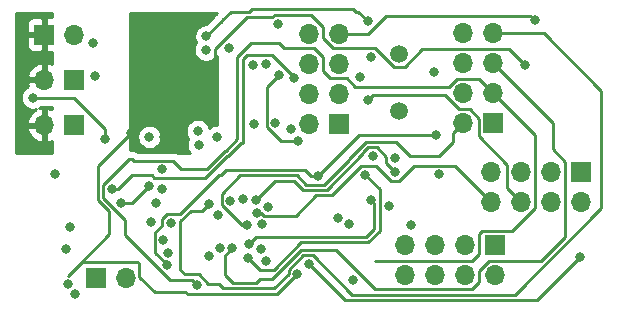
<source format=gbr>
%TF.GenerationSoftware,KiCad,Pcbnew,(5.1.6-0-10_14)*%
%TF.CreationDate,2020-07-31T15:00:41-05:00*%
%TF.ProjectId,final_fingerprint_sensor,66696e61-6c5f-4666-996e-676572707269,rev?*%
%TF.SameCoordinates,Original*%
%TF.FileFunction,Copper,L3,Inr*%
%TF.FilePolarity,Positive*%
%FSLAX46Y46*%
G04 Gerber Fmt 4.6, Leading zero omitted, Abs format (unit mm)*
G04 Created by KiCad (PCBNEW (5.1.6-0-10_14)) date 2020-07-31 15:00:41*
%MOMM*%
%LPD*%
G01*
G04 APERTURE LIST*
%TA.AperFunction,ViaPad*%
%ADD10R,1.700000X1.700000*%
%TD*%
%TA.AperFunction,ViaPad*%
%ADD11O,1.700000X1.700000*%
%TD*%
%TA.AperFunction,ViaPad*%
%ADD12C,1.500000*%
%TD*%
%TA.AperFunction,ViaPad*%
%ADD13C,0.800000*%
%TD*%
%TA.AperFunction,Conductor*%
%ADD14C,0.250000*%
%TD*%
%TA.AperFunction,Conductor*%
%ADD15C,0.254000*%
%TD*%
G04 APERTURE END LIST*
D10*
%TO.N,/FINGER_VCC*%
%TO.C,J1*%
X137248900Y-65991740D03*
D11*
%TO.N,/USART2_RX_FROM_STM*%
X134708900Y-65991740D03*
%TO.N,/USART2_TX_FROM_STM*%
X137248900Y-63451740D03*
%TO.N,GND*%
X134708900Y-63451740D03*
%TO.N,/INT2*%
X137248900Y-60911740D03*
%TO.N,GND*%
X134708900Y-60911740D03*
%TO.N,/INT1*%
X137248900Y-58371740D03*
%TO.N,GND*%
X134708900Y-58371740D03*
%TD*%
%TO.N,+5V*%
%TO.C,J2*%
X112275000Y-62250000D03*
D10*
%TO.N,Net-(J2-Pad1)*%
X114815000Y-62250000D03*
%TD*%
%TO.N,Net-(J3-Pad1)*%
%TO.C,J3*%
X114800000Y-66075000D03*
D11*
%TO.N,+5V*%
X112260000Y-66075000D03*
%TD*%
%TO.N,GND*%
%TO.C,J4*%
X114808000Y-58420000D03*
D10*
%TO.N,+5V*%
X112268000Y-58420000D03*
%TD*%
%TO.N,GND*%
%TO.C,J5*%
X116625000Y-79000000D03*
D11*
%TO.N,/RST*%
X119165000Y-79000000D03*
%TD*%
%TO.N,/DISP_BUSY*%
%TO.C,J6*%
X150135000Y-72565000D03*
%TO.N,/DISP_RESET_N*%
X150135000Y-70025000D03*
%TO.N,/DISP_DATA_CMD_CTRL*%
X152675000Y-72565000D03*
%TO.N,Net-(J6-Pad5)*%
X152675000Y-70025000D03*
%TO.N,Net-(J6-Pad4)*%
X155215000Y-72565000D03*
%TO.N,Net-(J6-Pad3)*%
X155215000Y-70025000D03*
%TO.N,GND*%
X157755000Y-72565000D03*
D10*
%TO.N,/DISP_VCC*%
X157755000Y-70025000D03*
%TD*%
%TO.N,+3V3*%
%TO.C,J7*%
X150290000Y-65930000D03*
D11*
%TO.N,/SWDIO*%
X147750000Y-65930000D03*
%TO.N,/SWCLK*%
X150290000Y-63390000D03*
%TO.N,/SWO*%
X147750000Y-63390000D03*
%TO.N,/NJTRST*%
X150290000Y-60850000D03*
%TO.N,/TDI*%
X147750000Y-60850000D03*
%TO.N,/FINGER_IO*%
X150290000Y-58310000D03*
%TO.N,GND*%
X147750000Y-58310000D03*
%TD*%
%TO.N,/KEYPAD_C4*%
%TO.C,J8*%
X142855000Y-78790000D03*
%TO.N,/KEYPAD_C3*%
X142855000Y-76250000D03*
%TO.N,/KEYPAD_C2*%
X145395000Y-78790000D03*
%TO.N,/KEYPAD_C1*%
X145395000Y-76250000D03*
%TO.N,/KEYPAD_R4*%
X147935000Y-78790000D03*
%TO.N,/KEYPAD_R3*%
X147935000Y-76250000D03*
%TO.N,/KEYPAD_R2*%
X150475000Y-78790000D03*
D10*
%TO.N,/KEYPAD_R1*%
X150475000Y-76250000D03*
%TD*%
D12*
%TO.N,/XTAL1_HI*%
%TO.C,Y2*%
X142325000Y-60050000D03*
%TO.N,/XTAL2_HI*%
X142325000Y-64930000D03*
%TD*%
D13*
%TO.N,/RST*%
X125275000Y-66600000D03*
%TO.N,GND*%
X137125000Y-73925000D03*
%TO.N,/DISP_RESET_N*%
X141975000Y-70050000D03*
%TO.N,+3V3*%
X114275000Y-79525000D03*
%TO.N,/FINGER_VCC*%
X127900000Y-59550000D03*
%TO.N,Net-(J6-Pad3)*%
X133800000Y-67400000D03*
%TO.N,/TDI*%
X126200000Y-77125000D03*
%TO.N,GND*%
X122250000Y-69825000D03*
X131050000Y-77600000D03*
%TO.N,+3V3*%
X125975000Y-57100000D03*
X126175000Y-61700000D03*
%TO.N,GND*%
X131075000Y-60875000D03*
X113150000Y-70225000D03*
X121175000Y-67075000D03*
X116550000Y-61925000D03*
X122725000Y-76875000D03*
X131850000Y-65875000D03*
X145250000Y-61575000D03*
X145725000Y-70250000D03*
X125975000Y-59700000D03*
X114150000Y-76550000D03*
%TO.N,+3V3*%
X122425000Y-67100000D03*
X119600000Y-66750000D03*
X133700000Y-78675000D03*
X130675000Y-74450000D03*
X152950000Y-61025000D03*
%TO.N,Net-(C9-Pad1)*%
X114500000Y-74700000D03*
%TO.N,Net-(C10-Pad1)*%
X111325000Y-63750000D03*
X117400000Y-67225000D03*
%TO.N,/DISP_VCC*%
X139675000Y-57275000D03*
X126012500Y-58562500D03*
%TO.N,/XTAL1*%
X138450000Y-79175000D03*
X143325000Y-74575000D03*
%TO.N,/INT2*%
X131225000Y-73025000D03*
%TO.N,/INT1*%
X134675000Y-77825000D03*
X157675000Y-77225000D03*
X153825000Y-57225000D03*
%TO.N,Net-(J2-Pad1)*%
X121175000Y-71225000D03*
X118800000Y-72675000D03*
%TO.N,Net-(J3-Pad1)*%
X133450000Y-62125000D03*
X118000000Y-71500000D03*
%TO.N,/RST*%
X138100000Y-74425000D03*
%TO.N,/DISP_BUSY*%
X130275000Y-73525000D03*
%TO.N,/DISP_RESET_N*%
X130225000Y-72425000D03*
%TO.N,/DISP_DATA_CMD_CTRL*%
X129100000Y-72325000D03*
X139700000Y-63950000D03*
%TO.N,Net-(J6-Pad5)*%
X122712500Y-77912500D03*
X135425000Y-70400000D03*
X145425000Y-66925000D03*
%TO.N,Net-(J6-Pad4)*%
X141950000Y-68873002D03*
%TO.N,Net-(J6-Pad3)*%
X132175000Y-61825000D03*
X139975000Y-60300000D03*
X139050000Y-61975000D03*
%TO.N,/SWDIO*%
X129450000Y-74575000D03*
%TO.N,/SWCLK*%
X125175000Y-79625000D03*
%TO.N,/SWO*%
X127125000Y-76500000D03*
X140075000Y-68675000D03*
%TO.N,/NJTRST*%
X128200000Y-76525000D03*
%TO.N,/FINGER_IO*%
X126250000Y-72775000D03*
%TO.N,/KEYPAD_C4*%
X141499999Y-72899999D03*
%TO.N,/KEYPAD_C3*%
X126975000Y-73675000D03*
%TO.N,/KEYPAD_C2*%
X123000000Y-74350000D03*
%TO.N,/KEYPAD_C1*%
X121750000Y-72675000D03*
%TO.N,/KEYPAD_R4*%
X122250000Y-71525000D03*
%TO.N,/KEYPAD_R1*%
X129575000Y-76175000D03*
X139950000Y-72450000D03*
%TO.N,Net-(Q1-Pad3)*%
X126925000Y-67100000D03*
%TO.N,/RED_LED*%
X130025000Y-66025000D03*
%TO.N,Net-(Q2-Pad3)*%
X133175000Y-66425000D03*
%TO.N,/I2C1_SCL*%
X129550000Y-77300000D03*
%TO.N,/I2C1_SDA*%
X130650000Y-76575000D03*
%TO.N,/DISP_PWR_ON*%
X122375000Y-75850000D03*
%TO.N,/I2C1_SDA*%
X132100000Y-57500000D03*
%TO.N,/I2C1_SCL*%
X129975000Y-60975000D03*
X139475000Y-70275000D03*
%TO.N,/DISP_PWR_ON*%
X121300000Y-74275000D03*
%TO.N,/FINGER_PWR_ON*%
X128025000Y-72475000D03*
X125400000Y-67775000D03*
X116400000Y-59125000D03*
%TO.N,Net-(R20-Pad1)*%
X114900000Y-80425000D03*
%TD*%
D14*
%TO.N,+3V3*%
X124400001Y-80350001D02*
X124300000Y-80250000D01*
X132024999Y-80350001D02*
X124400001Y-80350001D01*
X133700000Y-78675000D02*
X132024999Y-80350001D01*
X126737501Y-59639497D02*
X129426998Y-56950000D01*
X126737501Y-61137499D02*
X126737501Y-59639497D01*
X126175000Y-61700000D02*
X126737501Y-61137499D01*
X129426998Y-56950000D02*
X131250000Y-56950000D01*
X131576998Y-56950000D02*
X131780269Y-56746729D01*
X131250000Y-56950000D02*
X131576998Y-56950000D01*
X149915997Y-59674999D02*
X151324999Y-59674999D01*
X151324999Y-59674999D02*
X151599999Y-59674999D01*
X151599999Y-59674999D02*
X152950000Y-61025000D01*
X152950000Y-61025000D02*
X152950000Y-61025000D01*
X134822891Y-56746729D02*
X133528271Y-56746729D01*
X135883901Y-57807739D02*
X134822891Y-56746729D01*
X136746741Y-59546741D02*
X135883901Y-58683901D01*
X140294743Y-59546741D02*
X136746741Y-59546741D01*
X135883901Y-58683901D02*
X135883901Y-57807739D01*
X141873003Y-61125001D02*
X140294743Y-59546741D01*
X142841001Y-61125001D02*
X141873003Y-61125001D01*
X144291003Y-59674999D02*
X142841001Y-61125001D01*
X133528271Y-56746729D02*
X134828271Y-56746729D01*
X149915997Y-59674999D02*
X144291003Y-59674999D01*
X131780269Y-56746729D02*
X133528271Y-56746729D01*
X116824989Y-72409401D02*
X116824989Y-69525011D01*
X117800001Y-73384413D02*
X116824989Y-72409401D01*
X117800001Y-75275001D02*
X117800001Y-73384413D01*
X120340001Y-78965001D02*
X120340001Y-77815001D01*
X116824989Y-69525011D02*
X119600000Y-66750000D01*
X121625000Y-80250000D02*
X120340001Y-78965001D01*
X124300000Y-80250000D02*
X121625000Y-80250000D01*
X115375002Y-77700000D02*
X115350001Y-77725001D01*
X120225000Y-77700000D02*
X115375002Y-77700000D01*
X115350001Y-77725001D02*
X114250000Y-78825002D01*
X117800001Y-75275001D02*
X115350001Y-77725001D01*
X120340001Y-77815001D02*
X120225000Y-77700000D01*
%TO.N,Net-(C10-Pad1)*%
X114760002Y-63750000D02*
X111325000Y-63750000D01*
X117400000Y-66389998D02*
X114760002Y-63750000D01*
X117400000Y-67225000D02*
X117400000Y-66389998D01*
%TO.N,/DISP_VCC*%
X138875000Y-56475000D02*
X139675000Y-57275000D01*
X126012500Y-58562500D02*
X127325000Y-57250000D01*
X127325000Y-57250000D02*
X127325000Y-57200000D01*
X127325000Y-57200000D02*
X128050000Y-56475000D01*
X138650000Y-56475000D02*
X138430010Y-56255010D01*
X138875000Y-56475000D02*
X138650000Y-56475000D01*
X129869990Y-56255010D02*
X129650000Y-56475000D01*
X138430010Y-56255010D02*
X129869990Y-56255010D01*
X129650000Y-56475000D02*
X129700000Y-56475000D01*
X128050000Y-56475000D02*
X129650000Y-56475000D01*
%TO.N,/INT1*%
X134675000Y-77825000D02*
X137754990Y-80904990D01*
X137754990Y-80904990D02*
X152945010Y-80904990D01*
X152945010Y-80904990D02*
X153995010Y-80904990D01*
X152945010Y-80904990D02*
X153220010Y-80904990D01*
X153995010Y-80904990D02*
X157675000Y-77225000D01*
X157675000Y-77225000D02*
X157725000Y-77175000D01*
X139651262Y-58371740D02*
X137248900Y-58371740D01*
X141198001Y-56825001D02*
X139651262Y-58371740D01*
X153425001Y-56825001D02*
X141198001Y-56825001D01*
X153825000Y-57225000D02*
X153425001Y-56825001D01*
%TO.N,Net-(J2-Pad1)*%
X120675000Y-71725000D02*
X121175000Y-71225000D01*
X119725000Y-72675000D02*
X120675000Y-71725000D01*
X118800000Y-72675000D02*
X119725000Y-72675000D01*
%TO.N,Net-(J3-Pad1)*%
X118000000Y-71500000D02*
X118000000Y-71500000D01*
X131573001Y-60149999D02*
X129451999Y-60149999D01*
X133450000Y-62026998D02*
X131573001Y-60149999D01*
X127861401Y-68700009D02*
X128936409Y-67625001D01*
X128936409Y-67625001D02*
X129074999Y-67625001D01*
X129074999Y-60526999D02*
X129074999Y-67625001D01*
X118550000Y-71500000D02*
X118000000Y-71500000D01*
X129451999Y-60149999D02*
X129074999Y-60526999D01*
X133450000Y-62125000D02*
X133450000Y-62026998D01*
X127861401Y-68700009D02*
X127774991Y-68700009D01*
X121360502Y-70337500D02*
X119712500Y-70337500D01*
X121573003Y-70550001D02*
X121360502Y-70337500D01*
X125924999Y-70550001D02*
X121573003Y-70550001D01*
X127774991Y-68700009D02*
X125924999Y-70550001D01*
X119712500Y-70337500D02*
X118550000Y-71500000D01*
%TO.N,/DISP_BUSY*%
X147095000Y-69525000D02*
X150135000Y-72565000D01*
X143573002Y-69525000D02*
X147095000Y-69525000D01*
X141626999Y-70775001D02*
X142323001Y-70775001D01*
X136651977Y-72025021D02*
X139126999Y-69549999D01*
X135326977Y-72025021D02*
X136651977Y-72025021D01*
X133601997Y-73750001D02*
X135326977Y-72025021D01*
X140401997Y-69549999D02*
X141626999Y-70775001D01*
X130876999Y-73750001D02*
X133601997Y-73750001D01*
X142323001Y-70775001D02*
X143573002Y-69525000D01*
X130651998Y-73525000D02*
X130876999Y-73750001D01*
X139126999Y-69549999D02*
X140401997Y-69549999D01*
X130275000Y-73525000D02*
X130651998Y-73525000D01*
%TO.N,/DISP_RESET_N*%
X136186399Y-71575011D02*
X134225011Y-71575011D01*
X139286411Y-68474999D02*
X136186399Y-71575011D01*
X134225011Y-71575011D02*
X133450000Y-70800000D01*
X131850000Y-70800000D02*
X130225000Y-72425000D01*
X133450000Y-70800000D02*
X131850000Y-70800000D01*
X139726999Y-67949999D02*
X140424999Y-67949999D01*
X139286411Y-68390587D02*
X139726999Y-67949999D01*
X139286411Y-68474999D02*
X139286411Y-68390587D01*
X141224999Y-68749999D02*
X140424999Y-67949999D01*
X141224999Y-69299999D02*
X141224999Y-68749999D01*
X141975000Y-70050000D02*
X141224999Y-69299999D01*
%TO.N,/DISP_DATA_CMD_CTRL*%
X151499999Y-69425001D02*
X151499999Y-71389999D01*
X149114999Y-67040001D02*
X151499999Y-69425001D01*
X149114999Y-65555997D02*
X149114999Y-67040001D01*
X148314001Y-64754999D02*
X149114999Y-65555997D01*
X151499999Y-71389999D02*
X152675000Y-72565000D01*
X146170999Y-63550001D02*
X147375997Y-64754999D01*
X147375997Y-64754999D02*
X148314001Y-64754999D01*
X140099999Y-63550001D02*
X146170999Y-63550001D01*
X139700000Y-63950000D02*
X140099999Y-63550001D01*
%TO.N,Net-(J6-Pad5)*%
X135425000Y-70400000D02*
X135425000Y-70400000D01*
X138900000Y-66925000D02*
X135425000Y-70400000D01*
X145425000Y-66925000D02*
X138900000Y-66925000D01*
X134899980Y-70400000D02*
X135425000Y-70400000D01*
X134374990Y-69875010D02*
X134899980Y-70400000D01*
X122712500Y-77762500D02*
X122550001Y-77600001D01*
X121649999Y-75200001D02*
X122274999Y-74575001D01*
X122701998Y-73575000D02*
X123813590Y-73575000D01*
X122274999Y-74001999D02*
X122701998Y-73575000D01*
X121649999Y-76873001D02*
X121649999Y-75200001D01*
X122712500Y-77912500D02*
X122712500Y-77762500D01*
X122376999Y-77600001D02*
X121649999Y-76873001D01*
X123813590Y-73575000D02*
X127100010Y-70288580D01*
X122274999Y-74575001D02*
X122274999Y-74001999D01*
X122550001Y-77600001D02*
X122376999Y-77600001D01*
X127261420Y-70288580D02*
X127674990Y-69875010D01*
X127100010Y-70288580D02*
X127261420Y-70288580D01*
X127674990Y-69875010D02*
X134374990Y-69875010D01*
%TO.N,Net-(J6-Pad3)*%
X131174999Y-62825001D02*
X132175000Y-61825000D01*
X132175000Y-61825000D02*
X132175000Y-61825000D01*
X132301998Y-67400000D02*
X133800000Y-67400000D01*
X131124999Y-64875001D02*
X131124999Y-66223001D01*
X131124999Y-66223001D02*
X132301998Y-67400000D01*
X131174999Y-64825001D02*
X131124999Y-64875001D01*
X131174999Y-64825001D02*
X131174999Y-62825001D01*
%TO.N,/SWDIO*%
X146900001Y-66779999D02*
X147750000Y-65930000D01*
X135999999Y-71125001D02*
X138050000Y-69075000D01*
X133650000Y-70350000D02*
X134425001Y-71125001D01*
X134425001Y-71125001D02*
X135999999Y-71125001D01*
X127299999Y-72823001D02*
X127299999Y-71925001D01*
X129051998Y-74575000D02*
X127299999Y-72823001D01*
X128875000Y-70350000D02*
X133650000Y-70350000D01*
X127299999Y-71925001D02*
X128875000Y-70350000D01*
X129450000Y-74575000D02*
X129051998Y-74575000D01*
X146900001Y-66779999D02*
X146900001Y-67474999D01*
X146900001Y-67474999D02*
X145700000Y-68675000D01*
X145700000Y-68675000D02*
X143250000Y-68675000D01*
X139540598Y-67499990D02*
X138050000Y-68990588D01*
X142074989Y-67499989D02*
X139540598Y-67499990D01*
X138050000Y-68990588D02*
X138050000Y-69075000D01*
X143250000Y-68675000D02*
X142074989Y-67499989D01*
%TO.N,/SWCLK*%
X148485001Y-77614999D02*
X140260001Y-77614999D01*
X149110001Y-75329997D02*
X149110001Y-76989999D01*
X149110001Y-76989999D02*
X148485001Y-77614999D01*
X149364999Y-75074999D02*
X149110001Y-75329997D01*
X151499999Y-75074999D02*
X151904003Y-75074999D01*
X153850001Y-73129001D02*
X153850001Y-66950001D01*
X151904003Y-75074999D02*
X153850001Y-73129001D01*
X150290000Y-63390000D02*
X153637500Y-66737500D01*
X153850001Y-66950001D02*
X153637500Y-66737500D01*
X151499999Y-75074999D02*
X149364999Y-75074999D01*
X119150000Y-74098002D02*
X117274999Y-72223001D01*
X149114999Y-62214999D02*
X147185999Y-62214999D01*
X128624990Y-60340598D02*
X129815588Y-59150000D01*
X119452008Y-68974990D02*
X119750010Y-68974990D01*
X147185999Y-62214999D02*
X146574999Y-62825999D01*
X132546741Y-59546741D02*
X132150000Y-59150000D01*
X128624989Y-67300011D02*
X128624990Y-60340598D01*
X146574999Y-62825999D02*
X138622997Y-62825999D01*
X150290000Y-63390000D02*
X149114999Y-62214999D01*
X138622997Y-62825999D02*
X137883739Y-62086741D01*
X135082903Y-59546741D02*
X132546741Y-59546741D01*
X136494901Y-62086741D02*
X135883901Y-61475741D01*
X135883901Y-61475741D02*
X135883901Y-60347739D01*
X129815588Y-59150000D02*
X132150000Y-59150000D01*
X137883739Y-62086741D02*
X136494901Y-62086741D01*
X119150000Y-75423002D02*
X119150000Y-74098002D01*
X135883901Y-60347739D02*
X135082903Y-59546741D01*
X127675000Y-68250000D02*
X128624989Y-67300011D01*
X117274999Y-71151999D02*
X119452008Y-68974990D01*
X117274999Y-72223001D02*
X117274999Y-71151999D01*
X122951999Y-79225001D02*
X119150000Y-75423002D01*
X124775001Y-79225001D02*
X122951999Y-79225001D01*
X125175000Y-79625000D02*
X124775001Y-79225001D01*
X127675000Y-68250000D02*
X127588590Y-68250000D01*
X127588590Y-68250000D02*
X126063590Y-69775000D01*
X126063590Y-69775000D02*
X123850000Y-69775000D01*
X119875019Y-69099999D02*
X119750010Y-68974990D01*
X123174999Y-69099999D02*
X119875019Y-69099999D01*
X123850000Y-69775000D02*
X123174999Y-69099999D01*
%TO.N,/NJTRST*%
X134015598Y-76649990D02*
X131550000Y-79115588D01*
X136997992Y-76649990D02*
X134015598Y-76649990D01*
X148499001Y-79965001D02*
X140313003Y-79965001D01*
X149110001Y-78415997D02*
X149110001Y-79354001D01*
X149110001Y-79354001D02*
X148499001Y-79965001D01*
X149910999Y-77614999D02*
X149110001Y-78415997D01*
X140313003Y-79965001D02*
X136997992Y-76649990D01*
X130534412Y-79115588D02*
X130225010Y-79424990D01*
X131550000Y-79115588D02*
X130534412Y-79115588D01*
X130225010Y-79424990D02*
X128249990Y-79424990D01*
X128249990Y-79424990D02*
X127600000Y-78775000D01*
X127600000Y-77125000D02*
X128200000Y-76525000D01*
X127600000Y-78775000D02*
X127600000Y-77125000D01*
X156390001Y-75534999D02*
X154310001Y-77614999D01*
X156390001Y-69165001D02*
X156390001Y-75534999D01*
X155357500Y-65917500D02*
X155357500Y-68132500D01*
X154310001Y-77614999D02*
X149910999Y-77614999D01*
X150290000Y-60850000D02*
X155357500Y-65917500D01*
X155357500Y-68132500D02*
X156390001Y-69165001D01*
%TO.N,/FINGER_IO*%
X159450001Y-73111409D02*
X159450001Y-63175001D01*
X154585000Y-58310000D02*
X150290000Y-58310000D01*
X152111410Y-80450000D02*
X159450001Y-73111409D01*
X138373002Y-80450000D02*
X152111410Y-80450000D01*
X132974999Y-78326999D02*
X134201999Y-77099999D01*
X131750000Y-79875000D02*
X132974999Y-78650001D01*
X127375000Y-79875000D02*
X131750000Y-79875000D01*
X123800000Y-78325000D02*
X124200000Y-78725000D01*
X125675000Y-73350000D02*
X124675000Y-73350000D01*
X123800000Y-74225000D02*
X123800000Y-78325000D01*
X132974999Y-78650001D02*
X132974999Y-78326999D01*
X127051998Y-79551998D02*
X127375000Y-79875000D01*
X124675000Y-73350000D02*
X123800000Y-74225000D01*
X159450001Y-63175001D02*
X154585000Y-58310000D01*
X126175000Y-79551998D02*
X127051998Y-79551998D01*
X134201999Y-77099999D02*
X135023001Y-77099999D01*
X125348002Y-78725000D02*
X126175000Y-79551998D01*
X124200000Y-78725000D02*
X125348002Y-78725000D01*
X135023001Y-77099999D02*
X138373002Y-80450000D01*
X126250000Y-72775000D02*
X125675000Y-73350000D01*
%TO.N,/KEYPAD_R1*%
X139538590Y-75550000D02*
X130200000Y-75550000D01*
X140224991Y-74863599D02*
X139538590Y-75550000D01*
X140224991Y-72724991D02*
X140224991Y-74863599D01*
X130200000Y-75550000D02*
X129575000Y-76175000D01*
X139950000Y-72450000D02*
X140224991Y-72724991D01*
%TO.N,/I2C1_SCL*%
X131704177Y-78325001D02*
X134029168Y-76000010D01*
X130575001Y-78325001D02*
X131704177Y-78325001D01*
X129550000Y-77300000D02*
X130575001Y-78325001D01*
X140675001Y-71475001D02*
X139475000Y-70275000D01*
X140675001Y-73148003D02*
X140675001Y-71475001D01*
X134029168Y-76000010D02*
X137974990Y-76000010D01*
X137974990Y-76000010D02*
X139724990Y-76000010D01*
X140675001Y-75049999D02*
X140675001Y-73148003D01*
X139724990Y-76000010D02*
X140675001Y-75049999D01*
%TD*%
D15*
%TO.N,+5V*%
G36*
X112903000Y-56933099D02*
G01*
X112553750Y-56935000D01*
X112395000Y-57093750D01*
X112395000Y-58293000D01*
X112415000Y-58293000D01*
X112415000Y-58547000D01*
X112395000Y-58547000D01*
X112395000Y-59746250D01*
X112553750Y-59905000D01*
X112903000Y-59906901D01*
X112903000Y-60912190D01*
X112779099Y-60853175D01*
X112631890Y-60808524D01*
X112402000Y-60929845D01*
X112402000Y-62123000D01*
X112422000Y-62123000D01*
X112422000Y-62377000D01*
X112402000Y-62377000D01*
X112402000Y-62397000D01*
X112148000Y-62397000D01*
X112148000Y-62377000D01*
X110954186Y-62377000D01*
X110833519Y-62606891D01*
X110903545Y-62804297D01*
X110834744Y-62832795D01*
X110665226Y-62946063D01*
X110521063Y-63090226D01*
X110407795Y-63259744D01*
X110329774Y-63448102D01*
X110290000Y-63648061D01*
X110290000Y-63851939D01*
X110329774Y-64051898D01*
X110407795Y-64240256D01*
X110521063Y-64409774D01*
X110665226Y-64553937D01*
X110834744Y-64667205D01*
X111023102Y-64745226D01*
X111223061Y-64785000D01*
X111426939Y-64785000D01*
X111606690Y-64749246D01*
X111493080Y-64803359D01*
X111259731Y-64977412D01*
X111064822Y-65193645D01*
X110915843Y-65443748D01*
X110818519Y-65718109D01*
X110939186Y-65948000D01*
X112133000Y-65948000D01*
X112133000Y-64754845D01*
X111903110Y-64633524D01*
X111834533Y-64654325D01*
X111984774Y-64553937D01*
X112028711Y-64510000D01*
X112903000Y-64510000D01*
X112903000Y-64744335D01*
X112764099Y-64678175D01*
X112616890Y-64633524D01*
X112387000Y-64754845D01*
X112387000Y-65948000D01*
X112407000Y-65948000D01*
X112407000Y-66202000D01*
X112387000Y-66202000D01*
X112387000Y-67395155D01*
X112616890Y-67516476D01*
X112764099Y-67471825D01*
X112903000Y-67405665D01*
X112903000Y-68453000D01*
X109905000Y-68453000D01*
X109905000Y-66431891D01*
X110818519Y-66431891D01*
X110915843Y-66706252D01*
X111064822Y-66956355D01*
X111259731Y-67172588D01*
X111493080Y-67346641D01*
X111755901Y-67471825D01*
X111903110Y-67516476D01*
X112133000Y-67395155D01*
X112133000Y-66202000D01*
X110939186Y-66202000D01*
X110818519Y-66431891D01*
X109905000Y-66431891D01*
X109905000Y-61893109D01*
X110833519Y-61893109D01*
X110954186Y-62123000D01*
X112148000Y-62123000D01*
X112148000Y-60929845D01*
X111918110Y-60808524D01*
X111770901Y-60853175D01*
X111508080Y-60978359D01*
X111274731Y-61152412D01*
X111079822Y-61368645D01*
X110930843Y-61618748D01*
X110833519Y-61893109D01*
X109905000Y-61893109D01*
X109905000Y-59270000D01*
X110779928Y-59270000D01*
X110792188Y-59394482D01*
X110828498Y-59514180D01*
X110887463Y-59624494D01*
X110966815Y-59721185D01*
X111063506Y-59800537D01*
X111173820Y-59859502D01*
X111293518Y-59895812D01*
X111418000Y-59908072D01*
X111982250Y-59905000D01*
X112141000Y-59746250D01*
X112141000Y-58547000D01*
X110941750Y-58547000D01*
X110783000Y-58705750D01*
X110779928Y-59270000D01*
X109905000Y-59270000D01*
X109905000Y-57570000D01*
X110779928Y-57570000D01*
X110783000Y-58134250D01*
X110941750Y-58293000D01*
X112141000Y-58293000D01*
X112141000Y-57093750D01*
X111982250Y-56935000D01*
X111418000Y-56931928D01*
X111293518Y-56944188D01*
X111173820Y-56980498D01*
X111063506Y-57039463D01*
X110966815Y-57118815D01*
X110887463Y-57215506D01*
X110828498Y-57325820D01*
X110792188Y-57445518D01*
X110779928Y-57570000D01*
X109905000Y-57570000D01*
X109905000Y-56565000D01*
X112903000Y-56565000D01*
X112903000Y-56933099D01*
G37*
X112903000Y-56933099D02*
X112553750Y-56935000D01*
X112395000Y-57093750D01*
X112395000Y-58293000D01*
X112415000Y-58293000D01*
X112415000Y-58547000D01*
X112395000Y-58547000D01*
X112395000Y-59746250D01*
X112553750Y-59905000D01*
X112903000Y-59906901D01*
X112903000Y-60912190D01*
X112779099Y-60853175D01*
X112631890Y-60808524D01*
X112402000Y-60929845D01*
X112402000Y-62123000D01*
X112422000Y-62123000D01*
X112422000Y-62377000D01*
X112402000Y-62377000D01*
X112402000Y-62397000D01*
X112148000Y-62397000D01*
X112148000Y-62377000D01*
X110954186Y-62377000D01*
X110833519Y-62606891D01*
X110903545Y-62804297D01*
X110834744Y-62832795D01*
X110665226Y-62946063D01*
X110521063Y-63090226D01*
X110407795Y-63259744D01*
X110329774Y-63448102D01*
X110290000Y-63648061D01*
X110290000Y-63851939D01*
X110329774Y-64051898D01*
X110407795Y-64240256D01*
X110521063Y-64409774D01*
X110665226Y-64553937D01*
X110834744Y-64667205D01*
X111023102Y-64745226D01*
X111223061Y-64785000D01*
X111426939Y-64785000D01*
X111606690Y-64749246D01*
X111493080Y-64803359D01*
X111259731Y-64977412D01*
X111064822Y-65193645D01*
X110915843Y-65443748D01*
X110818519Y-65718109D01*
X110939186Y-65948000D01*
X112133000Y-65948000D01*
X112133000Y-64754845D01*
X111903110Y-64633524D01*
X111834533Y-64654325D01*
X111984774Y-64553937D01*
X112028711Y-64510000D01*
X112903000Y-64510000D01*
X112903000Y-64744335D01*
X112764099Y-64678175D01*
X112616890Y-64633524D01*
X112387000Y-64754845D01*
X112387000Y-65948000D01*
X112407000Y-65948000D01*
X112407000Y-66202000D01*
X112387000Y-66202000D01*
X112387000Y-67395155D01*
X112616890Y-67516476D01*
X112764099Y-67471825D01*
X112903000Y-67405665D01*
X112903000Y-68453000D01*
X109905000Y-68453000D01*
X109905000Y-66431891D01*
X110818519Y-66431891D01*
X110915843Y-66706252D01*
X111064822Y-66956355D01*
X111259731Y-67172588D01*
X111493080Y-67346641D01*
X111755901Y-67471825D01*
X111903110Y-67516476D01*
X112133000Y-67395155D01*
X112133000Y-66202000D01*
X110939186Y-66202000D01*
X110818519Y-66431891D01*
X109905000Y-66431891D01*
X109905000Y-61893109D01*
X110833519Y-61893109D01*
X110954186Y-62123000D01*
X112148000Y-62123000D01*
X112148000Y-60929845D01*
X111918110Y-60808524D01*
X111770901Y-60853175D01*
X111508080Y-60978359D01*
X111274731Y-61152412D01*
X111079822Y-61368645D01*
X110930843Y-61618748D01*
X110833519Y-61893109D01*
X109905000Y-61893109D01*
X109905000Y-59270000D01*
X110779928Y-59270000D01*
X110792188Y-59394482D01*
X110828498Y-59514180D01*
X110887463Y-59624494D01*
X110966815Y-59721185D01*
X111063506Y-59800537D01*
X111173820Y-59859502D01*
X111293518Y-59895812D01*
X111418000Y-59908072D01*
X111982250Y-59905000D01*
X112141000Y-59746250D01*
X112141000Y-58547000D01*
X110941750Y-58547000D01*
X110783000Y-58705750D01*
X110779928Y-59270000D01*
X109905000Y-59270000D01*
X109905000Y-57570000D01*
X110779928Y-57570000D01*
X110783000Y-58134250D01*
X110941750Y-58293000D01*
X112141000Y-58293000D01*
X112141000Y-57093750D01*
X111982250Y-56935000D01*
X111418000Y-56931928D01*
X111293518Y-56944188D01*
X111173820Y-56980498D01*
X111063506Y-57039463D01*
X110966815Y-57118815D01*
X110887463Y-57215506D01*
X110828498Y-57325820D01*
X110792188Y-57445518D01*
X110779928Y-57570000D01*
X109905000Y-57570000D01*
X109905000Y-56565000D01*
X112903000Y-56565000D01*
X112903000Y-56933099D01*
%TO.N,+3V3*%
G36*
X126873000Y-56577199D02*
G01*
X126814001Y-56636198D01*
X126784999Y-56659999D01*
X126690026Y-56775724D01*
X126650469Y-56849729D01*
X125972699Y-57527500D01*
X125910561Y-57527500D01*
X125710602Y-57567274D01*
X125522244Y-57645295D01*
X125352726Y-57758563D01*
X125208563Y-57902726D01*
X125095295Y-58072244D01*
X125017274Y-58260602D01*
X124977500Y-58460561D01*
X124977500Y-58664439D01*
X125017274Y-58864398D01*
X125095295Y-59052756D01*
X125128993Y-59103189D01*
X125057795Y-59209744D01*
X124979774Y-59398102D01*
X124940000Y-59598061D01*
X124940000Y-59801939D01*
X124979774Y-60001898D01*
X125057795Y-60190256D01*
X125171063Y-60359774D01*
X125315226Y-60503937D01*
X125484744Y-60617205D01*
X125673102Y-60695226D01*
X125873061Y-60735000D01*
X126076939Y-60735000D01*
X126276898Y-60695226D01*
X126465256Y-60617205D01*
X126634774Y-60503937D01*
X126778937Y-60359774D01*
X126873000Y-60218998D01*
X126873000Y-66065000D01*
X126823061Y-66065000D01*
X126623102Y-66104774D01*
X126434744Y-66182795D01*
X126268481Y-66293888D01*
X126192205Y-66109744D01*
X126078937Y-65940226D01*
X125934774Y-65796063D01*
X125765256Y-65682795D01*
X125576898Y-65604774D01*
X125376939Y-65565000D01*
X125173061Y-65565000D01*
X124973102Y-65604774D01*
X124784744Y-65682795D01*
X124615226Y-65796063D01*
X124471063Y-65940226D01*
X124357795Y-66109744D01*
X124279774Y-66298102D01*
X124240000Y-66498061D01*
X124240000Y-66701939D01*
X124279774Y-66901898D01*
X124357795Y-67090256D01*
X124471063Y-67259774D01*
X124488097Y-67276808D01*
X124482795Y-67284744D01*
X124404774Y-67473102D01*
X124365000Y-67673061D01*
X124365000Y-67876939D01*
X124404774Y-68076898D01*
X124482795Y-68265256D01*
X124596063Y-68434774D01*
X124614289Y-68453000D01*
X123576778Y-68453000D01*
X123467246Y-68394453D01*
X123323985Y-68350996D01*
X123212332Y-68339999D01*
X123212321Y-68339999D01*
X123174999Y-68336323D01*
X123137677Y-68339999D01*
X120174254Y-68339999D01*
X120042257Y-68269444D01*
X119898996Y-68225987D01*
X119787343Y-68214990D01*
X119787332Y-68214990D01*
X119750010Y-68211314D01*
X119712688Y-68214990D01*
X119507000Y-68214990D01*
X119507000Y-66973061D01*
X120140000Y-66973061D01*
X120140000Y-67176939D01*
X120179774Y-67376898D01*
X120257795Y-67565256D01*
X120371063Y-67734774D01*
X120515226Y-67878937D01*
X120684744Y-67992205D01*
X120873102Y-68070226D01*
X121073061Y-68110000D01*
X121276939Y-68110000D01*
X121476898Y-68070226D01*
X121665256Y-67992205D01*
X121834774Y-67878937D01*
X121978937Y-67734774D01*
X122092205Y-67565256D01*
X122170226Y-67376898D01*
X122210000Y-67176939D01*
X122210000Y-66973061D01*
X122170226Y-66773102D01*
X122092205Y-66584744D01*
X121978937Y-66415226D01*
X121834774Y-66271063D01*
X121665256Y-66157795D01*
X121476898Y-66079774D01*
X121276939Y-66040000D01*
X121073061Y-66040000D01*
X120873102Y-66079774D01*
X120684744Y-66157795D01*
X120515226Y-66271063D01*
X120371063Y-66415226D01*
X120257795Y-66584744D01*
X120179774Y-66773102D01*
X120140000Y-66973061D01*
X119507000Y-66973061D01*
X119507000Y-56565000D01*
X126873000Y-56565000D01*
X126873000Y-56577199D01*
G37*
X126873000Y-56577199D02*
X126814001Y-56636198D01*
X126784999Y-56659999D01*
X126690026Y-56775724D01*
X126650469Y-56849729D01*
X125972699Y-57527500D01*
X125910561Y-57527500D01*
X125710602Y-57567274D01*
X125522244Y-57645295D01*
X125352726Y-57758563D01*
X125208563Y-57902726D01*
X125095295Y-58072244D01*
X125017274Y-58260602D01*
X124977500Y-58460561D01*
X124977500Y-58664439D01*
X125017274Y-58864398D01*
X125095295Y-59052756D01*
X125128993Y-59103189D01*
X125057795Y-59209744D01*
X124979774Y-59398102D01*
X124940000Y-59598061D01*
X124940000Y-59801939D01*
X124979774Y-60001898D01*
X125057795Y-60190256D01*
X125171063Y-60359774D01*
X125315226Y-60503937D01*
X125484744Y-60617205D01*
X125673102Y-60695226D01*
X125873061Y-60735000D01*
X126076939Y-60735000D01*
X126276898Y-60695226D01*
X126465256Y-60617205D01*
X126634774Y-60503937D01*
X126778937Y-60359774D01*
X126873000Y-60218998D01*
X126873000Y-66065000D01*
X126823061Y-66065000D01*
X126623102Y-66104774D01*
X126434744Y-66182795D01*
X126268481Y-66293888D01*
X126192205Y-66109744D01*
X126078937Y-65940226D01*
X125934774Y-65796063D01*
X125765256Y-65682795D01*
X125576898Y-65604774D01*
X125376939Y-65565000D01*
X125173061Y-65565000D01*
X124973102Y-65604774D01*
X124784744Y-65682795D01*
X124615226Y-65796063D01*
X124471063Y-65940226D01*
X124357795Y-66109744D01*
X124279774Y-66298102D01*
X124240000Y-66498061D01*
X124240000Y-66701939D01*
X124279774Y-66901898D01*
X124357795Y-67090256D01*
X124471063Y-67259774D01*
X124488097Y-67276808D01*
X124482795Y-67284744D01*
X124404774Y-67473102D01*
X124365000Y-67673061D01*
X124365000Y-67876939D01*
X124404774Y-68076898D01*
X124482795Y-68265256D01*
X124596063Y-68434774D01*
X124614289Y-68453000D01*
X123576778Y-68453000D01*
X123467246Y-68394453D01*
X123323985Y-68350996D01*
X123212332Y-68339999D01*
X123212321Y-68339999D01*
X123174999Y-68336323D01*
X123137677Y-68339999D01*
X120174254Y-68339999D01*
X120042257Y-68269444D01*
X119898996Y-68225987D01*
X119787343Y-68214990D01*
X119787332Y-68214990D01*
X119750010Y-68211314D01*
X119712688Y-68214990D01*
X119507000Y-68214990D01*
X119507000Y-66973061D01*
X120140000Y-66973061D01*
X120140000Y-67176939D01*
X120179774Y-67376898D01*
X120257795Y-67565256D01*
X120371063Y-67734774D01*
X120515226Y-67878937D01*
X120684744Y-67992205D01*
X120873102Y-68070226D01*
X121073061Y-68110000D01*
X121276939Y-68110000D01*
X121476898Y-68070226D01*
X121665256Y-67992205D01*
X121834774Y-67878937D01*
X121978937Y-67734774D01*
X122092205Y-67565256D01*
X122170226Y-67376898D01*
X122210000Y-67176939D01*
X122210000Y-66973061D01*
X122170226Y-66773102D01*
X122092205Y-66584744D01*
X121978937Y-66415226D01*
X121834774Y-66271063D01*
X121665256Y-66157795D01*
X121476898Y-66079774D01*
X121276939Y-66040000D01*
X121073061Y-66040000D01*
X120873102Y-66079774D01*
X120684744Y-66157795D01*
X120515226Y-66271063D01*
X120371063Y-66415226D01*
X120257795Y-66584744D01*
X120179774Y-66773102D01*
X120140000Y-66973061D01*
X119507000Y-66973061D01*
X119507000Y-56565000D01*
X126873000Y-56565000D01*
X126873000Y-56577199D01*
%TD*%
M02*

</source>
